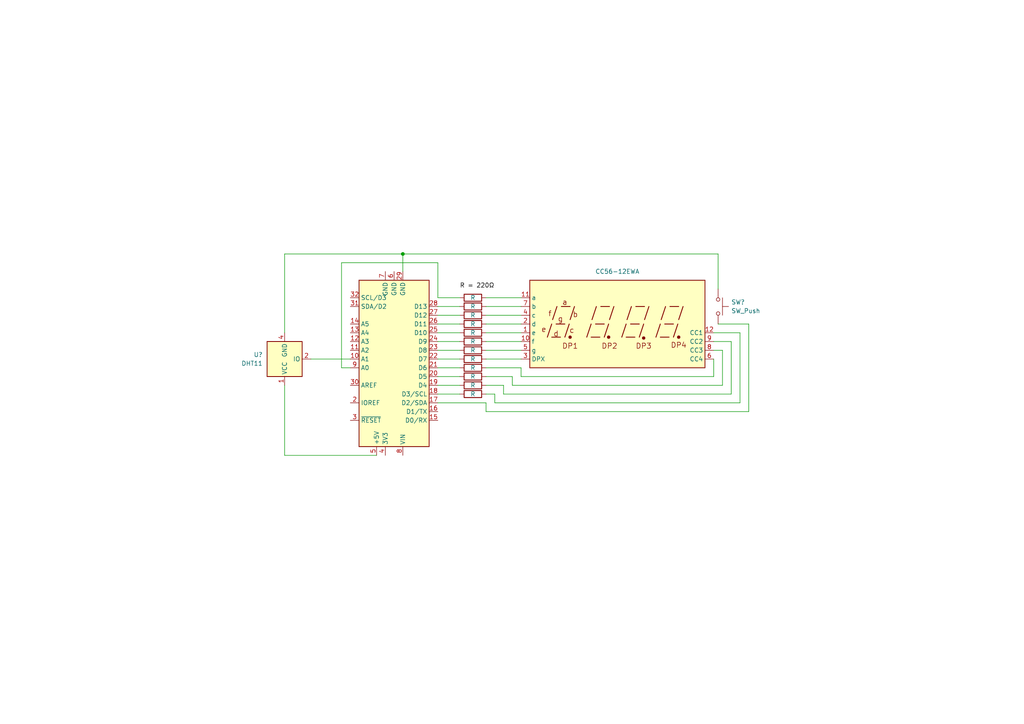
<source format=kicad_sch>
(kicad_sch (version 20211123) (generator eeschema)

  (uuid 63a96ce6-a430-4774-82e1-de571f6507ec)

  (paper "A4")

  (lib_symbols
    (symbol "Device:R" (pin_numbers hide) (pin_names (offset 0)) (in_bom yes) (on_board yes)
      (property "Reference" "R" (id 0) (at 2.032 0 90)
        (effects (font (size 1.27 1.27)))
      )
      (property "Value" "R" (id 1) (at 0 0 90)
        (effects (font (size 1.27 1.27)))
      )
      (property "Footprint" "" (id 2) (at -1.778 0 90)
        (effects (font (size 1.27 1.27)) hide)
      )
      (property "Datasheet" "~" (id 3) (at 0 0 0)
        (effects (font (size 1.27 1.27)) hide)
      )
      (property "ki_keywords" "R res resistor" (id 4) (at 0 0 0)
        (effects (font (size 1.27 1.27)) hide)
      )
      (property "ki_description" "Resistor" (id 5) (at 0 0 0)
        (effects (font (size 1.27 1.27)) hide)
      )
      (property "ki_fp_filters" "R_*" (id 6) (at 0 0 0)
        (effects (font (size 1.27 1.27)) hide)
      )
      (symbol "R_0_1"
        (rectangle (start -1.016 -2.54) (end 1.016 2.54)
          (stroke (width 0.254) (type default) (color 0 0 0 0))
          (fill (type none))
        )
      )
      (symbol "R_1_1"
        (pin passive line (at 0 3.81 270) (length 1.27)
          (name "~" (effects (font (size 1.27 1.27))))
          (number "1" (effects (font (size 1.27 1.27))))
        )
        (pin passive line (at 0 -3.81 90) (length 1.27)
          (name "~" (effects (font (size 1.27 1.27))))
          (number "2" (effects (font (size 1.27 1.27))))
        )
      )
    )
    (symbol "Display_Character:CC56-12EWA" (in_bom yes) (on_board yes)
      (property "Reference" "U" (id 0) (at -24.13 13.97 0)
        (effects (font (size 1.27 1.27)))
      )
      (property "Value" "CC56-12EWA" (id 1) (at 19.05 13.97 0)
        (effects (font (size 1.27 1.27)))
      )
      (property "Footprint" "Display_7Segment:CA56-12EWA" (id 2) (at 0 -15.24 0)
        (effects (font (size 1.27 1.27)) hide)
      )
      (property "Datasheet" "http://www.kingbrightusa.com/images/catalog/SPEC/CA56-12EWA.pdf" (id 3) (at -10.922 0.762 0)
        (effects (font (size 1.27 1.27)) hide)
      )
      (property "ki_keywords" "display LED 7-segment" (id 4) (at 0 0 0)
        (effects (font (size 1.27 1.27)) hide)
      )
      (property "ki_description" "4 digit 7 segment high efficiency red LED, common cathode" (id 5) (at 0 0 0)
        (effects (font (size 1.27 1.27)) hide)
      )
      (property "ki_fp_filters" "*CA56*12EWA*" (id 6) (at 0 0 0)
        (effects (font (size 1.27 1.27)) hide)
      )
      (symbol "CC56-12EWA_0_0"
        (rectangle (start -25.4 12.7) (end 25.4 -12.7)
          (stroke (width 0.254) (type default) (color 0 0 0 0))
          (fill (type background))
        )
        (polyline
          (pts
            (xy -20.32 -3.81)
            (xy -19.05 0)
          )
          (stroke (width 0.254) (type default) (color 0 0 0 0))
          (fill (type none))
        )
        (polyline
          (pts
            (xy -19.05 -3.81)
            (xy -16.51 -3.81)
          )
          (stroke (width 0.254) (type default) (color 0 0 0 0))
          (fill (type none))
        )
        (polyline
          (pts
            (xy -18.796 1.27)
            (xy -17.526 5.08)
          )
          (stroke (width 0.254) (type default) (color 0 0 0 0))
          (fill (type none))
        )
        (polyline
          (pts
            (xy -17.78 0)
            (xy -15.24 0)
          )
          (stroke (width 0.254) (type default) (color 0 0 0 0))
          (fill (type none))
        )
        (polyline
          (pts
            (xy -16.256 5.08)
            (xy -13.716 5.08)
          )
          (stroke (width 0.254) (type default) (color 0 0 0 0))
          (fill (type none))
        )
        (polyline
          (pts
            (xy -15.24 -3.81)
            (xy -13.97 0)
          )
          (stroke (width 0.254) (type default) (color 0 0 0 0))
          (fill (type none))
        )
        (polyline
          (pts
            (xy -13.716 1.27)
            (xy -12.446 5.08)
          )
          (stroke (width 0.254) (type default) (color 0 0 0 0))
          (fill (type none))
        )
        (polyline
          (pts
            (xy -8.89 -3.81)
            (xy -7.62 0)
          )
          (stroke (width 0.254) (type default) (color 0 0 0 0))
          (fill (type none))
        )
        (polyline
          (pts
            (xy -7.62 -3.81)
            (xy -5.08 -3.81)
          )
          (stroke (width 0.254) (type default) (color 0 0 0 0))
          (fill (type none))
        )
        (polyline
          (pts
            (xy -7.366 1.27)
            (xy -6.096 5.08)
          )
          (stroke (width 0.254) (type default) (color 0 0 0 0))
          (fill (type none))
        )
        (polyline
          (pts
            (xy -6.35 0)
            (xy -3.81 0)
          )
          (stroke (width 0.254) (type default) (color 0 0 0 0))
          (fill (type none))
        )
        (polyline
          (pts
            (xy -4.826 5.08)
            (xy -2.286 5.08)
          )
          (stroke (width 0.254) (type default) (color 0 0 0 0))
          (fill (type none))
        )
        (polyline
          (pts
            (xy -3.81 -3.81)
            (xy -2.54 0)
          )
          (stroke (width 0.254) (type default) (color 0 0 0 0))
          (fill (type none))
        )
        (polyline
          (pts
            (xy -2.286 1.27)
            (xy -1.016 5.08)
          )
          (stroke (width 0.254) (type default) (color 0 0 0 0))
          (fill (type none))
        )
        (polyline
          (pts
            (xy 1.27 -3.81)
            (xy 2.54 0)
          )
          (stroke (width 0.254) (type default) (color 0 0 0 0))
          (fill (type none))
        )
        (polyline
          (pts
            (xy 2.54 -3.81)
            (xy 5.08 -3.81)
          )
          (stroke (width 0.254) (type default) (color 0 0 0 0))
          (fill (type none))
        )
        (polyline
          (pts
            (xy 2.794 1.27)
            (xy 4.064 5.08)
          )
          (stroke (width 0.254) (type default) (color 0 0 0 0))
          (fill (type none))
        )
        (polyline
          (pts
            (xy 3.81 0)
            (xy 6.35 0)
          )
          (stroke (width 0.254) (type default) (color 0 0 0 0))
          (fill (type none))
        )
        (polyline
          (pts
            (xy 5.334 5.08)
            (xy 7.874 5.08)
          )
          (stroke (width 0.254) (type default) (color 0 0 0 0))
          (fill (type none))
        )
        (polyline
          (pts
            (xy 6.35 -3.81)
            (xy 7.62 0)
          )
          (stroke (width 0.254) (type default) (color 0 0 0 0))
          (fill (type none))
        )
        (polyline
          (pts
            (xy 7.874 1.27)
            (xy 9.144 5.08)
          )
          (stroke (width 0.254) (type default) (color 0 0 0 0))
          (fill (type none))
        )
        (polyline
          (pts
            (xy 11.176 -3.81)
            (xy 12.446 0)
          )
          (stroke (width 0.254) (type default) (color 0 0 0 0))
          (fill (type none))
        )
        (polyline
          (pts
            (xy 12.446 -3.81)
            (xy 14.986 -3.81)
          )
          (stroke (width 0.254) (type default) (color 0 0 0 0))
          (fill (type none))
        )
        (polyline
          (pts
            (xy 12.7 1.27)
            (xy 13.97 5.08)
          )
          (stroke (width 0.254) (type default) (color 0 0 0 0))
          (fill (type none))
        )
        (polyline
          (pts
            (xy 13.716 0)
            (xy 16.256 0)
          )
          (stroke (width 0.254) (type default) (color 0 0 0 0))
          (fill (type none))
        )
        (polyline
          (pts
            (xy 15.24 5.08)
            (xy 17.78 5.08)
          )
          (stroke (width 0.254) (type default) (color 0 0 0 0))
          (fill (type none))
        )
        (polyline
          (pts
            (xy 16.256 -3.81)
            (xy 17.526 0)
          )
          (stroke (width 0.254) (type default) (color 0 0 0 0))
          (fill (type none))
        )
        (polyline
          (pts
            (xy 17.78 1.27)
            (xy 19.05 5.08)
          )
          (stroke (width 0.254) (type default) (color 0 0 0 0))
          (fill (type none))
        )
        (text "a" (at -15.24 6.35 0)
          (effects (font (size 1.524 1.524)))
        )
        (text "b" (at -12.192 2.794 0)
          (effects (font (size 1.524 1.524)))
        )
        (text "c" (at -13.208 -1.778 0)
          (effects (font (size 1.524 1.524)))
        )
        (text "d" (at -17.78 -2.794 0)
          (effects (font (size 1.524 1.524)))
        )
        (text "DP1" (at -13.716 -6.35 0)
          (effects (font (size 1.524 1.524)))
        )
        (text "DP2" (at -2.286 -6.35 0)
          (effects (font (size 1.524 1.524)))
        )
        (text "DP3" (at 7.62 -6.35 0)
          (effects (font (size 1.524 1.524)))
        )
        (text "DP4" (at 17.78 -6.096 0)
          (effects (font (size 1.524 1.524)))
        )
        (text "e" (at -21.336 -1.524 0)
          (effects (font (size 1.524 1.524)))
        )
        (text "f" (at -19.558 3.048 0)
          (effects (font (size 1.524 1.524)))
        )
        (text "g" (at -16.51 1.524 0)
          (effects (font (size 1.524 1.524)))
        )
      )
      (symbol "CC56-12EWA_0_1"
        (circle (center -13.716 -3.81) (radius 0.3556)
          (stroke (width 0.254) (type default) (color 0 0 0 0))
          (fill (type outline))
        )
        (circle (center -2.54 -3.81) (radius 0.3556)
          (stroke (width 0.254) (type default) (color 0 0 0 0))
          (fill (type outline))
        )
      )
      (symbol "CC56-12EWA_1_0"
        (circle (center 7.62 -4.064) (radius 0.3556)
          (stroke (width 0.254) (type default) (color 0 0 0 0))
          (fill (type outline))
        )
        (circle (center 17.78 -3.81) (radius 0.3556)
          (stroke (width 0.254) (type default) (color 0 0 0 0))
          (fill (type outline))
        )
      )
      (symbol "CC56-12EWA_1_1"
        (pin input line (at -27.94 -2.54 0) (length 2.54)
          (name "e" (effects (font (size 1.27 1.27))))
          (number "1" (effects (font (size 1.27 1.27))))
        )
        (pin input line (at -27.94 -5.08 0) (length 2.54)
          (name "f" (effects (font (size 1.27 1.27))))
          (number "10" (effects (font (size 1.27 1.27))))
        )
        (pin input line (at -27.94 7.62 0) (length 2.54)
          (name "a" (effects (font (size 1.27 1.27))))
          (number "11" (effects (font (size 1.27 1.27))))
        )
        (pin input line (at 27.94 -2.54 180) (length 2.54)
          (name "CC1" (effects (font (size 1.27 1.27))))
          (number "12" (effects (font (size 1.27 1.27))))
        )
        (pin input line (at -27.94 0 0) (length 2.54)
          (name "d" (effects (font (size 1.27 1.27))))
          (number "2" (effects (font (size 1.27 1.27))))
        )
        (pin input line (at -27.94 -10.16 0) (length 2.54)
          (name "DPX" (effects (font (size 1.27 1.27))))
          (number "3" (effects (font (size 1.27 1.27))))
        )
        (pin input line (at -27.94 2.54 0) (length 2.54)
          (name "c" (effects (font (size 1.27 1.27))))
          (number "4" (effects (font (size 1.27 1.27))))
        )
        (pin input line (at -27.94 -7.62 0) (length 2.54)
          (name "g" (effects (font (size 1.27 1.27))))
          (number "5" (effects (font (size 1.27 1.27))))
        )
        (pin input line (at 27.94 -10.16 180) (length 2.54)
          (name "CC4" (effects (font (size 1.27 1.27))))
          (number "6" (effects (font (size 1.27 1.27))))
        )
        (pin input line (at -27.94 5.08 0) (length 2.54)
          (name "b" (effects (font (size 1.27 1.27))))
          (number "7" (effects (font (size 1.27 1.27))))
        )
        (pin input line (at 27.94 -7.62 180) (length 2.54)
          (name "CC3" (effects (font (size 1.27 1.27))))
          (number "8" (effects (font (size 1.27 1.27))))
        )
        (pin input line (at 27.94 -5.08 180) (length 2.54)
          (name "CC2" (effects (font (size 1.27 1.27))))
          (number "9" (effects (font (size 1.27 1.27))))
        )
      )
    )
    (symbol "MCU_Module:Arduino_Leonardo" (in_bom yes) (on_board yes)
      (property "Reference" "A" (id 0) (at -10.16 23.495 0)
        (effects (font (size 1.27 1.27)) (justify left bottom))
      )
      (property "Value" "Arduino_Leonardo" (id 1) (at 5.08 -26.67 0)
        (effects (font (size 1.27 1.27)) (justify left top))
      )
      (property "Footprint" "Module:Arduino_UNO_R3" (id 2) (at 0 0 0)
        (effects (font (size 1.27 1.27) italic) hide)
      )
      (property "Datasheet" "https://www.arduino.cc/en/Main/ArduinoBoardLeonardo" (id 3) (at 0 0 0)
        (effects (font (size 1.27 1.27)) hide)
      )
      (property "ki_keywords" "Arduino LEONARDO Microcontroller Module Atmel AVR USB" (id 4) (at 0 0 0)
        (effects (font (size 1.27 1.27)) hide)
      )
      (property "ki_description" "Arduino LEONARDO Microcontroller Module" (id 5) (at 0 0 0)
        (effects (font (size 1.27 1.27)) hide)
      )
      (property "ki_fp_filters" "Arduino*UNO*R3*" (id 6) (at 0 0 0)
        (effects (font (size 1.27 1.27)) hide)
      )
      (symbol "Arduino_Leonardo_0_1"
        (rectangle (start -10.16 22.86) (end 10.16 -25.4)
          (stroke (width 0.254) (type default) (color 0 0 0 0))
          (fill (type background))
        )
      )
      (symbol "Arduino_Leonardo_1_1"
        (pin no_connect line (at -10.16 -20.32 0) (length 2.54) hide
          (name "NC" (effects (font (size 1.27 1.27))))
          (number "1" (effects (font (size 1.27 1.27))))
        )
        (pin bidirectional line (at 12.7 -2.54 180) (length 2.54)
          (name "A1" (effects (font (size 1.27 1.27))))
          (number "10" (effects (font (size 1.27 1.27))))
        )
        (pin bidirectional line (at 12.7 -5.08 180) (length 2.54)
          (name "A2" (effects (font (size 1.27 1.27))))
          (number "11" (effects (font (size 1.27 1.27))))
        )
        (pin bidirectional line (at 12.7 -7.62 180) (length 2.54)
          (name "A3" (effects (font (size 1.27 1.27))))
          (number "12" (effects (font (size 1.27 1.27))))
        )
        (pin bidirectional line (at 12.7 -10.16 180) (length 2.54)
          (name "A4" (effects (font (size 1.27 1.27))))
          (number "13" (effects (font (size 1.27 1.27))))
        )
        (pin bidirectional line (at 12.7 -12.7 180) (length 2.54)
          (name "A5" (effects (font (size 1.27 1.27))))
          (number "14" (effects (font (size 1.27 1.27))))
        )
        (pin bidirectional line (at -12.7 15.24 0) (length 2.54)
          (name "D0/RX" (effects (font (size 1.27 1.27))))
          (number "15" (effects (font (size 1.27 1.27))))
        )
        (pin bidirectional line (at -12.7 12.7 0) (length 2.54)
          (name "D1/TX" (effects (font (size 1.27 1.27))))
          (number "16" (effects (font (size 1.27 1.27))))
        )
        (pin bidirectional line (at -12.7 10.16 0) (length 2.54)
          (name "D2/SDA" (effects (font (size 1.27 1.27))))
          (number "17" (effects (font (size 1.27 1.27))))
        )
        (pin bidirectional line (at -12.7 7.62 0) (length 2.54)
          (name "D3/SCL" (effects (font (size 1.27 1.27))))
          (number "18" (effects (font (size 1.27 1.27))))
        )
        (pin bidirectional line (at -12.7 5.08 0) (length 2.54)
          (name "D4" (effects (font (size 1.27 1.27))))
          (number "19" (effects (font (size 1.27 1.27))))
        )
        (pin output line (at 12.7 10.16 180) (length 2.54)
          (name "IOREF" (effects (font (size 1.27 1.27))))
          (number "2" (effects (font (size 1.27 1.27))))
        )
        (pin bidirectional line (at -12.7 2.54 0) (length 2.54)
          (name "D5" (effects (font (size 1.27 1.27))))
          (number "20" (effects (font (size 1.27 1.27))))
        )
        (pin bidirectional line (at -12.7 0 0) (length 2.54)
          (name "D6" (effects (font (size 1.27 1.27))))
          (number "21" (effects (font (size 1.27 1.27))))
        )
        (pin bidirectional line (at -12.7 -2.54 0) (length 2.54)
          (name "D7" (effects (font (size 1.27 1.27))))
          (number "22" (effects (font (size 1.27 1.27))))
        )
        (pin bidirectional line (at -12.7 -5.08 0) (length 2.54)
          (name "D8" (effects (font (size 1.27 1.27))))
          (number "23" (effects (font (size 1.27 1.27))))
        )
        (pin bidirectional line (at -12.7 -7.62 0) (length 2.54)
          (name "D9" (effects (font (size 1.27 1.27))))
          (number "24" (effects (font (size 1.27 1.27))))
        )
        (pin bidirectional line (at -12.7 -10.16 0) (length 2.54)
          (name "D10" (effects (font (size 1.27 1.27))))
          (number "25" (effects (font (size 1.27 1.27))))
        )
        (pin bidirectional line (at -12.7 -12.7 0) (length 2.54)
          (name "D11" (effects (font (size 1.27 1.27))))
          (number "26" (effects (font (size 1.27 1.27))))
        )
        (pin bidirectional line (at -12.7 -15.24 0) (length 2.54)
          (name "D12" (effects (font (size 1.27 1.27))))
          (number "27" (effects (font (size 1.27 1.27))))
        )
        (pin bidirectional line (at -12.7 -17.78 0) (length 2.54)
          (name "D13" (effects (font (size 1.27 1.27))))
          (number "28" (effects (font (size 1.27 1.27))))
        )
        (pin power_in line (at -2.54 -27.94 90) (length 2.54)
          (name "GND" (effects (font (size 1.27 1.27))))
          (number "29" (effects (font (size 1.27 1.27))))
        )
        (pin input line (at 12.7 15.24 180) (length 2.54)
          (name "~{RESET}" (effects (font (size 1.27 1.27))))
          (number "3" (effects (font (size 1.27 1.27))))
        )
        (pin input line (at 12.7 5.08 180) (length 2.54)
          (name "AREF" (effects (font (size 1.27 1.27))))
          (number "30" (effects (font (size 1.27 1.27))))
        )
        (pin bidirectional line (at 12.7 -17.78 180) (length 2.54)
          (name "SDA/D2" (effects (font (size 1.27 1.27))))
          (number "31" (effects (font (size 1.27 1.27))))
        )
        (pin bidirectional line (at 12.7 -20.32 180) (length 2.54)
          (name "SCL/D3" (effects (font (size 1.27 1.27))))
          (number "32" (effects (font (size 1.27 1.27))))
        )
        (pin power_out line (at 2.54 25.4 270) (length 2.54)
          (name "3V3" (effects (font (size 1.27 1.27))))
          (number "4" (effects (font (size 1.27 1.27))))
        )
        (pin power_out line (at 5.08 25.4 270) (length 2.54)
          (name "+5V" (effects (font (size 1.27 1.27))))
          (number "5" (effects (font (size 1.27 1.27))))
        )
        (pin power_in line (at 0 -27.94 90) (length 2.54)
          (name "GND" (effects (font (size 1.27 1.27))))
          (number "6" (effects (font (size 1.27 1.27))))
        )
        (pin power_in line (at 2.54 -27.94 90) (length 2.54)
          (name "GND" (effects (font (size 1.27 1.27))))
          (number "7" (effects (font (size 1.27 1.27))))
        )
        (pin power_in line (at -2.54 25.4 270) (length 2.54)
          (name "VIN" (effects (font (size 1.27 1.27))))
          (number "8" (effects (font (size 1.27 1.27))))
        )
        (pin bidirectional line (at 12.7 0 180) (length 2.54)
          (name "A0" (effects (font (size 1.27 1.27))))
          (number "9" (effects (font (size 1.27 1.27))))
        )
      )
    )
    (symbol "Sensor:DHT11" (in_bom yes) (on_board yes)
      (property "Reference" "U" (id 0) (at -3.81 6.35 0)
        (effects (font (size 1.27 1.27)))
      )
      (property "Value" "DHT11" (id 1) (at 3.81 6.35 0)
        (effects (font (size 1.27 1.27)))
      )
      (property "Footprint" "Sensor:Aosong_DHT11_5.5x12.0_P2.54mm" (id 2) (at 0 -10.16 0)
        (effects (font (size 1.27 1.27)) hide)
      )
      (property "Datasheet" "http://akizukidenshi.com/download/ds/aosong/DHT11.pdf" (id 3) (at 3.81 6.35 0)
        (effects (font (size 1.27 1.27)) hide)
      )
      (property "ki_keywords" "Digital temperature humidity sensor" (id 4) (at 0 0 0)
        (effects (font (size 1.27 1.27)) hide)
      )
      (property "ki_description" "Temperature and humidity module" (id 5) (at 0 0 0)
        (effects (font (size 1.27 1.27)) hide)
      )
      (property "ki_fp_filters" "Aosong*DHT11*5.5x12.0*P2.54mm*" (id 6) (at 0 0 0)
        (effects (font (size 1.27 1.27)) hide)
      )
      (symbol "DHT11_0_1"
        (rectangle (start -5.08 5.08) (end 5.08 -5.08)
          (stroke (width 0.254) (type default) (color 0 0 0 0))
          (fill (type background))
        )
      )
      (symbol "DHT11_1_1"
        (pin power_in line (at 0 7.62 270) (length 2.54)
          (name "VCC" (effects (font (size 1.27 1.27))))
          (number "1" (effects (font (size 1.27 1.27))))
        )
        (pin bidirectional line (at 7.62 0 180) (length 2.54)
          (name "IO" (effects (font (size 1.27 1.27))))
          (number "2" (effects (font (size 1.27 1.27))))
        )
        (pin no_connect line (at -5.08 0 0) (length 2.54) hide
          (name "NC" (effects (font (size 1.27 1.27))))
          (number "3" (effects (font (size 1.27 1.27))))
        )
        (pin power_in line (at 0 -7.62 90) (length 2.54)
          (name "GND" (effects (font (size 1.27 1.27))))
          (number "4" (effects (font (size 1.27 1.27))))
        )
      )
    )
    (symbol "Switch:SW_Push" (pin_numbers hide) (pin_names (offset 1.016) hide) (in_bom yes) (on_board yes)
      (property "Reference" "SW" (id 0) (at 1.27 2.54 0)
        (effects (font (size 1.27 1.27)) (justify left))
      )
      (property "Value" "SW_Push" (id 1) (at 0 -1.524 0)
        (effects (font (size 1.27 1.27)))
      )
      (property "Footprint" "" (id 2) (at 0 5.08 0)
        (effects (font (size 1.27 1.27)) hide)
      )
      (property "Datasheet" "~" (id 3) (at 0 5.08 0)
        (effects (font (size 1.27 1.27)) hide)
      )
      (property "ki_keywords" "switch normally-open pushbutton push-button" (id 4) (at 0 0 0)
        (effects (font (size 1.27 1.27)) hide)
      )
      (property "ki_description" "Push button switch, generic, two pins" (id 5) (at 0 0 0)
        (effects (font (size 1.27 1.27)) hide)
      )
      (symbol "SW_Push_0_1"
        (circle (center -2.032 0) (radius 0.508)
          (stroke (width 0) (type default) (color 0 0 0 0))
          (fill (type none))
        )
        (polyline
          (pts
            (xy 0 1.27)
            (xy 0 3.048)
          )
          (stroke (width 0) (type default) (color 0 0 0 0))
          (fill (type none))
        )
        (polyline
          (pts
            (xy 2.54 1.27)
            (xy -2.54 1.27)
          )
          (stroke (width 0) (type default) (color 0 0 0 0))
          (fill (type none))
        )
        (circle (center 2.032 0) (radius 0.508)
          (stroke (width 0) (type default) (color 0 0 0 0))
          (fill (type none))
        )
        (pin passive line (at -5.08 0 0) (length 2.54)
          (name "1" (effects (font (size 1.27 1.27))))
          (number "1" (effects (font (size 1.27 1.27))))
        )
        (pin passive line (at 5.08 0 180) (length 2.54)
          (name "2" (effects (font (size 1.27 1.27))))
          (number "2" (effects (font (size 1.27 1.27))))
        )
      )
    )
  )

  (junction (at 116.84 73.66) (diameter 0) (color 0 0 0 0)
    (uuid c0147e02-6331-4216-8701-65f87a12b7e4)
  )

  (wire (pts (xy 140.97 116.84) (xy 127 116.84))
    (stroke (width 0) (type default) (color 0 0 0 0))
    (uuid 09169181-5d48-40c9-bd8a-7ad58e3677ea)
  )
  (wire (pts (xy 140.97 99.06) (xy 151.13 99.06))
    (stroke (width 0) (type default) (color 0 0 0 0))
    (uuid 1310d934-ba6e-49a3-a886-cb74e9e2359e)
  )
  (wire (pts (xy 140.97 101.6) (xy 151.13 101.6))
    (stroke (width 0) (type default) (color 0 0 0 0))
    (uuid 1c14fef7-a1b6-40d0-be91-851b37c01dab)
  )
  (wire (pts (xy 217.17 119.38) (xy 140.97 119.38))
    (stroke (width 0) (type default) (color 0 0 0 0))
    (uuid 1ccb305c-f138-44fc-b04f-9ff0deca13ef)
  )
  (wire (pts (xy 208.28 93.98) (xy 217.17 93.98))
    (stroke (width 0) (type default) (color 0 0 0 0))
    (uuid 1f7ad103-3c87-41bc-a901-fd399f3ccd19)
  )
  (wire (pts (xy 127 99.06) (xy 133.35 99.06))
    (stroke (width 0) (type default) (color 0 0 0 0))
    (uuid 29484ad2-9245-4a66-8cf8-1811bc2c1aad)
  )
  (wire (pts (xy 207.01 99.06) (xy 212.09 99.06))
    (stroke (width 0) (type default) (color 0 0 0 0))
    (uuid 37c934c1-b327-472d-a792-76f6b1cd1044)
  )
  (wire (pts (xy 99.06 76.2) (xy 127 76.2))
    (stroke (width 0) (type default) (color 0 0 0 0))
    (uuid 3936d6f4-2bd0-431a-b731-d41aafb888af)
  )
  (wire (pts (xy 143.51 114.3) (xy 143.51 116.84))
    (stroke (width 0) (type default) (color 0 0 0 0))
    (uuid 3b137a19-24ee-47cd-b250-9c127dca7f95)
  )
  (wire (pts (xy 207.01 104.14) (xy 207.01 109.22))
    (stroke (width 0) (type default) (color 0 0 0 0))
    (uuid 41a6bf76-70a2-4936-bee1-1a961925d32f)
  )
  (wire (pts (xy 127 88.9) (xy 133.35 88.9))
    (stroke (width 0) (type default) (color 0 0 0 0))
    (uuid 4325ef06-7926-4372-8442-f45aebccb121)
  )
  (wire (pts (xy 140.97 91.44) (xy 151.13 91.44))
    (stroke (width 0) (type default) (color 0 0 0 0))
    (uuid 45d8e23b-b5a6-4ccb-b69f-d669f552bc4e)
  )
  (wire (pts (xy 207.01 101.6) (xy 209.55 101.6))
    (stroke (width 0) (type default) (color 0 0 0 0))
    (uuid 45fba39d-789e-49b6-a199-6f618ee4a948)
  )
  (wire (pts (xy 116.84 73.66) (xy 208.28 73.66))
    (stroke (width 0) (type default) (color 0 0 0 0))
    (uuid 524d8478-2269-43aa-a8d0-87d9d506fa9b)
  )
  (wire (pts (xy 99.06 106.68) (xy 101.6 106.68))
    (stroke (width 0) (type default) (color 0 0 0 0))
    (uuid 53ca03ab-8f63-4644-858e-5d6bd4e2b95a)
  )
  (wire (pts (xy 217.17 93.98) (xy 217.17 119.38))
    (stroke (width 0) (type default) (color 0 0 0 0))
    (uuid 54fb1167-5b3a-4a00-b0f5-e3c0d3cd7250)
  )
  (wire (pts (xy 140.97 104.14) (xy 151.13 104.14))
    (stroke (width 0) (type default) (color 0 0 0 0))
    (uuid 56d864e6-7cb1-486c-bbe8-98b76d3fb020)
  )
  (wire (pts (xy 127 93.98) (xy 133.35 93.98))
    (stroke (width 0) (type default) (color 0 0 0 0))
    (uuid 573a02f3-9348-4585-9d20-8dbc06392532)
  )
  (wire (pts (xy 116.84 73.66) (xy 116.84 78.74))
    (stroke (width 0) (type default) (color 0 0 0 0))
    (uuid 5d08de65-f220-4826-882a-8a6ec69ee613)
  )
  (wire (pts (xy 140.97 96.52) (xy 151.13 96.52))
    (stroke (width 0) (type default) (color 0 0 0 0))
    (uuid 6d228242-56bd-4232-9485-8356cfe5b507)
  )
  (wire (pts (xy 127 96.52) (xy 133.35 96.52))
    (stroke (width 0) (type default) (color 0 0 0 0))
    (uuid 725a3a02-5c61-4905-9319-7f3958931fa0)
  )
  (wire (pts (xy 140.97 106.68) (xy 151.13 106.68))
    (stroke (width 0) (type default) (color 0 0 0 0))
    (uuid 75bc3600-b578-4342-8894-d995cd11e0d7)
  )
  (wire (pts (xy 99.06 76.2) (xy 99.06 106.68))
    (stroke (width 0) (type default) (color 0 0 0 0))
    (uuid 7896a753-a6da-40c6-8adb-b2d7b2657351)
  )
  (wire (pts (xy 127 109.22) (xy 133.35 109.22))
    (stroke (width 0) (type default) (color 0 0 0 0))
    (uuid 7cc96ad2-e6be-4a65-b71d-89104df04677)
  )
  (wire (pts (xy 151.13 106.68) (xy 151.13 109.22))
    (stroke (width 0) (type default) (color 0 0 0 0))
    (uuid 804a1d52-c3cb-4679-a9da-91105a7125c8)
  )
  (wire (pts (xy 82.55 73.66) (xy 82.55 96.52))
    (stroke (width 0) (type default) (color 0 0 0 0))
    (uuid 8284c036-3641-4049-8dae-4171dba41d3c)
  )
  (wire (pts (xy 140.97 86.36) (xy 151.13 86.36))
    (stroke (width 0) (type default) (color 0 0 0 0))
    (uuid 82c1d362-113d-4333-ab57-c17d7e7298b3)
  )
  (wire (pts (xy 146.05 111.76) (xy 146.05 114.3))
    (stroke (width 0) (type default) (color 0 0 0 0))
    (uuid 85855d7a-849a-46cb-81de-89244368716c)
  )
  (wire (pts (xy 140.97 109.22) (xy 148.59 109.22))
    (stroke (width 0) (type default) (color 0 0 0 0))
    (uuid 859280fd-55b6-4995-b310-ed45e3ed1aa0)
  )
  (wire (pts (xy 140.97 114.3) (xy 143.51 114.3))
    (stroke (width 0) (type default) (color 0 0 0 0))
    (uuid 8dc7c220-ea50-42ad-b899-b6a1030f0e69)
  )
  (wire (pts (xy 208.28 83.82) (xy 208.28 73.66))
    (stroke (width 0) (type default) (color 0 0 0 0))
    (uuid 911f93c7-0487-47ed-8a22-00ad11987924)
  )
  (wire (pts (xy 127 111.76) (xy 133.35 111.76))
    (stroke (width 0) (type default) (color 0 0 0 0))
    (uuid 96aa6dd3-ac87-4461-b4e6-d7291d5f0324)
  )
  (wire (pts (xy 140.97 119.38) (xy 140.97 116.84))
    (stroke (width 0) (type default) (color 0 0 0 0))
    (uuid 99e8ab77-9e1a-4eeb-bd68-0caa97c092fa)
  )
  (wire (pts (xy 82.55 132.08) (xy 82.55 111.76))
    (stroke (width 0) (type default) (color 0 0 0 0))
    (uuid 9f3c094b-9d9d-4c3e-84c9-3703f449eeb4)
  )
  (wire (pts (xy 127 91.44) (xy 133.35 91.44))
    (stroke (width 0) (type default) (color 0 0 0 0))
    (uuid a3b4254c-3fd3-439c-8f09-a22d1a896a34)
  )
  (wire (pts (xy 109.22 132.08) (xy 82.55 132.08))
    (stroke (width 0) (type default) (color 0 0 0 0))
    (uuid a3d1b28a-848e-4058-92f0-4a62cc42fc94)
  )
  (wire (pts (xy 127 86.36) (xy 133.35 86.36))
    (stroke (width 0) (type default) (color 0 0 0 0))
    (uuid a4978489-0dcc-448d-872e-3590eda095f4)
  )
  (wire (pts (xy 127 106.68) (xy 133.35 106.68))
    (stroke (width 0) (type default) (color 0 0 0 0))
    (uuid af900592-260a-4498-b2b4-782c762bf5c1)
  )
  (wire (pts (xy 90.17 104.14) (xy 101.6 104.14))
    (stroke (width 0) (type default) (color 0 0 0 0))
    (uuid afa2d86e-aada-4ff7-b1f6-e85bc630bccb)
  )
  (wire (pts (xy 214.63 96.52) (xy 214.63 116.84))
    (stroke (width 0) (type default) (color 0 0 0 0))
    (uuid b0d0785a-559e-4f4f-a788-4540937c5fba)
  )
  (wire (pts (xy 127 114.3) (xy 133.35 114.3))
    (stroke (width 0) (type default) (color 0 0 0 0))
    (uuid b1a105d7-3993-447c-a289-28e01d0c87d6)
  )
  (wire (pts (xy 209.55 101.6) (xy 209.55 111.76))
    (stroke (width 0) (type default) (color 0 0 0 0))
    (uuid ba0ed7df-9880-4865-87e9-844a1159868f)
  )
  (wire (pts (xy 143.51 116.84) (xy 214.63 116.84))
    (stroke (width 0) (type default) (color 0 0 0 0))
    (uuid bdd97da3-9eb4-4e61-950b-d702fce6af6f)
  )
  (wire (pts (xy 207.01 96.52) (xy 214.63 96.52))
    (stroke (width 0) (type default) (color 0 0 0 0))
    (uuid c30faf1b-ac25-4bfb-bfb5-3f55bdd0d4ed)
  )
  (wire (pts (xy 140.97 111.76) (xy 146.05 111.76))
    (stroke (width 0) (type default) (color 0 0 0 0))
    (uuid c92e7156-9cb1-4de0-b9c9-694310d0a4ae)
  )
  (wire (pts (xy 127 76.2) (xy 127 86.36))
    (stroke (width 0) (type default) (color 0 0 0 0))
    (uuid d1cda1cb-e51d-43d2-a822-3605db0f6a22)
  )
  (wire (pts (xy 212.09 99.06) (xy 212.09 114.3))
    (stroke (width 0) (type default) (color 0 0 0 0))
    (uuid d2a8db64-2dd8-4439-8244-df7452ab86f2)
  )
  (wire (pts (xy 151.13 109.22) (xy 207.01 109.22))
    (stroke (width 0) (type default) (color 0 0 0 0))
    (uuid d6a9472e-f656-41c9-98e7-c6105f90297b)
  )
  (wire (pts (xy 127 101.6) (xy 133.35 101.6))
    (stroke (width 0) (type default) (color 0 0 0 0))
    (uuid dcab8c59-9199-4a4b-8ad1-ae4fd52ff09e)
  )
  (wire (pts (xy 140.97 88.9) (xy 151.13 88.9))
    (stroke (width 0) (type default) (color 0 0 0 0))
    (uuid dd25c339-adae-4fa3-9b11-9fc5f6e71e1d)
  )
  (wire (pts (xy 148.59 111.76) (xy 209.55 111.76))
    (stroke (width 0) (type default) (color 0 0 0 0))
    (uuid e615c3eb-7203-4602-845e-7aaa07caee94)
  )
  (wire (pts (xy 146.05 114.3) (xy 212.09 114.3))
    (stroke (width 0) (type default) (color 0 0 0 0))
    (uuid e6943d5d-c1e8-4a7c-88f9-474176060422)
  )
  (wire (pts (xy 148.59 109.22) (xy 148.59 111.76))
    (stroke (width 0) (type default) (color 0 0 0 0))
    (uuid e9d00a54-a13f-4fdc-8539-224b06cce6e7)
  )
  (wire (pts (xy 127 104.14) (xy 133.35 104.14))
    (stroke (width 0) (type default) (color 0 0 0 0))
    (uuid f722e7d6-f6d5-45e9-8d43-7f23eaf1a8fd)
  )
  (wire (pts (xy 82.55 73.66) (xy 116.84 73.66))
    (stroke (width 0) (type default) (color 0 0 0 0))
    (uuid f90480ca-4824-4ed6-825b-bc74b8c738a9)
  )
  (wire (pts (xy 140.97 93.98) (xy 151.13 93.98))
    (stroke (width 0) (type default) (color 0 0 0 0))
    (uuid fa6f204a-b581-4180-99ad-057e01399b54)
  )

  (label "R = 220Ω" (at 133.35 83.82 0)
    (effects (font (size 1.27 1.27)) (justify left bottom))
    (uuid c2b1b7f9-e5b5-416a-97df-1efaf49a5f87)
  )

  (symbol (lib_id "Device:R") (at 137.16 104.14 90) (unit 1)
    (in_bom yes) (on_board yes)
    (uuid 1ebfffc8-0bca-4e40-aec7-501ef1ae44b8)
    (property "Reference" "220Ω?" (id 0) (at 137.16 104.13 90)
      (effects (font (size 1.27 1.27)) hide)
    )
    (property "Value" "R" (id 1) (at 137.16 104.14 90))
    (property "Footprint" "" (id 2) (at 137.16 105.918 90)
      (effects (font (size 1.27 1.27)) hide)
    )
    (property "Datasheet" "~" (id 3) (at 137.16 104.14 0)
      (effects (font (size 1.27 1.27)) hide)
    )
    (pin "1" (uuid 20248b66-6c92-4a7f-9401-94e2aef267a9))
    (pin "2" (uuid ceccf5d1-c306-4bcb-b575-0fdf6f37aa76))
  )

  (symbol (lib_id "Device:R") (at 137.16 111.76 90) (unit 1)
    (in_bom yes) (on_board yes)
    (uuid 31a1c8ed-905c-4ad3-a210-959af05cab22)
    (property "Reference" "220Ω?" (id 0) (at 137.16 111.75 90)
      (effects (font (size 1.27 1.27)) hide)
    )
    (property "Value" "R" (id 1) (at 137.16 111.75 90))
    (property "Footprint" "" (id 2) (at 137.16 113.538 90)
      (effects (font (size 1.27 1.27)) hide)
    )
    (property "Datasheet" "~" (id 3) (at 137.16 111.76 0)
      (effects (font (size 1.27 1.27)) hide)
    )
    (pin "1" (uuid 79084d24-1864-45c5-8858-a46120d6a3c7))
    (pin "2" (uuid 11add2e0-b838-46fc-9c2f-1f80c7a399aa))
  )

  (symbol (lib_id "Device:R") (at 137.16 109.22 90) (unit 1)
    (in_bom yes) (on_board yes)
    (uuid 366a0a06-7eb3-4c25-b64f-990b079b91fb)
    (property "Reference" "220Ω?" (id 0) (at 137.16 109.21 90)
      (effects (font (size 1.27 1.27)) hide)
    )
    (property "Value" "R" (id 1) (at 137.16 109.21 90))
    (property "Footprint" "" (id 2) (at 137.16 110.998 90)
      (effects (font (size 1.27 1.27)) hide)
    )
    (property "Datasheet" "~" (id 3) (at 137.16 109.22 0)
      (effects (font (size 1.27 1.27)) hide)
    )
    (pin "1" (uuid 81383918-45ef-4060-84ea-8f7027454043))
    (pin "2" (uuid fd83f808-d474-4a3f-b9a2-19c476640f2b))
  )

  (symbol (lib_id "Switch:SW_Push") (at 208.28 88.9 270) (unit 1)
    (in_bom yes) (on_board yes)
    (uuid 4cee11e2-fc9a-4878-8a72-301501fcf9d6)
    (property "Reference" "SW?" (id 0) (at 212.09 87.6299 90)
      (effects (font (size 1.27 1.27)) (justify left))
    )
    (property "Value" "SW_Push" (id 1) (at 212.09 90.1699 90)
      (effects (font (size 1.27 1.27)) (justify left))
    )
    (property "Footprint" "" (id 2) (at 213.36 88.9 0)
      (effects (font (size 1.27 1.27)) hide)
    )
    (property "Datasheet" "~" (id 3) (at 213.36 88.9 0)
      (effects (font (size 1.27 1.27)) hide)
    )
    (pin "1" (uuid dfff191f-c7bf-4cf2-8556-303ab4cf42ab))
    (pin "2" (uuid 258c6d7e-4c39-4a3f-9d4a-433c3e76174a))
  )

  (symbol (lib_id "Device:R") (at 137.16 106.68 90) (unit 1)
    (in_bom yes) (on_board yes)
    (uuid 55de9378-9b6a-411d-af96-b52c67fa6d8c)
    (property "Reference" "220Ω?" (id 0) (at 137.16 106.67 90)
      (effects (font (size 1.27 1.27)) hide)
    )
    (property "Value" "R" (id 1) (at 137.16 106.67 90))
    (property "Footprint" "" (id 2) (at 137.16 108.458 90)
      (effects (font (size 1.27 1.27)) hide)
    )
    (property "Datasheet" "~" (id 3) (at 137.16 106.68 0)
      (effects (font (size 1.27 1.27)) hide)
    )
    (pin "1" (uuid e15df8df-7cc1-4ee2-8d8f-582851ad5b59))
    (pin "2" (uuid 5056e4c8-3adf-453b-a437-eead78004d5c))
  )

  (symbol (lib_id "Sensor:DHT11") (at 82.55 104.14 0) (mirror x) (unit 1)
    (in_bom yes) (on_board yes) (fields_autoplaced)
    (uuid 56490571-269e-4f41-9a61-b7f6ab6529e6)
    (property "Reference" "U?" (id 0) (at 76.2 102.8699 0)
      (effects (font (size 1.27 1.27)) (justify right))
    )
    (property "Value" "DHT11" (id 1) (at 76.2 105.4099 0)
      (effects (font (size 1.27 1.27)) (justify right))
    )
    (property "Footprint" "Sensor:Aosong_DHT11_5.5x12.0_P2.54mm" (id 2) (at 82.55 93.98 0)
      (effects (font (size 1.27 1.27)) hide)
    )
    (property "Datasheet" "http://akizukidenshi.com/download/ds/aosong/DHT11.pdf" (id 3) (at 86.36 110.49 0)
      (effects (font (size 1.27 1.27)) hide)
    )
    (pin "1" (uuid 243fa507-c6de-4eef-8fe6-04ee11fe6e86))
    (pin "2" (uuid 0e7f4395-6a32-4ff9-a4c0-a3e5cee72590))
    (pin "3" (uuid 0144f3dd-2f3e-4fd0-be21-20504da4776b))
    (pin "4" (uuid d7dfbca8-e367-41b6-a3e8-029b0a4752c8))
  )

  (symbol (lib_id "Device:R") (at 137.16 114.3 90) (unit 1)
    (in_bom yes) (on_board yes)
    (uuid 71a18238-f05d-4f34-8dde-0f0dbdd5be91)
    (property "Reference" "220Ω?" (id 0) (at 137.16 114.29 90)
      (effects (font (size 1.27 1.27)) hide)
    )
    (property "Value" "R" (id 1) (at 137.16 114.29 90))
    (property "Footprint" "" (id 2) (at 137.16 116.078 90)
      (effects (font (size 1.27 1.27)) hide)
    )
    (property "Datasheet" "~" (id 3) (at 137.16 114.3 0)
      (effects (font (size 1.27 1.27)) hide)
    )
    (pin "1" (uuid 5952361c-c885-43d7-9dd0-691511d50d21))
    (pin "2" (uuid 4d446714-a7ad-455f-9da2-ccbc24181167))
  )

  (symbol (lib_id "Device:R") (at 137.16 93.98 90) (unit 1)
    (in_bom yes) (on_board yes)
    (uuid 7578ff70-96c8-4a8c-a263-db8eaaaafb05)
    (property "Reference" "220Ω?" (id 0) (at 137.16 93.97 90)
      (effects (font (size 1.27 1.27)) hide)
    )
    (property "Value" "R" (id 1) (at 137.16 93.97 90))
    (property "Footprint" "" (id 2) (at 137.16 95.758 90)
      (effects (font (size 1.27 1.27)) hide)
    )
    (property "Datasheet" "~" (id 3) (at 137.16 93.98 0)
      (effects (font (size 1.27 1.27)) hide)
    )
    (pin "1" (uuid a408830f-4903-4625-bf7e-e892af983e05))
    (pin "2" (uuid 3e1000d9-34d1-4f06-b93a-c7a8fdfee482))
  )

  (symbol (lib_id "Device:R") (at 137.16 101.6 90) (unit 1)
    (in_bom yes) (on_board yes)
    (uuid a0e7596b-2f66-44c0-b911-1de019dd2ae3)
    (property "Reference" "220Ω?" (id 0) (at 137.16 101.59 90)
      (effects (font (size 1.27 1.27)) hide)
    )
    (property "Value" "R" (id 1) (at 137.16 101.59 90))
    (property "Footprint" "" (id 2) (at 137.16 103.378 90)
      (effects (font (size 1.27 1.27)) hide)
    )
    (property "Datasheet" "~" (id 3) (at 137.16 101.6 0)
      (effects (font (size 1.27 1.27)) hide)
    )
    (pin "1" (uuid 7944cb8d-999a-4d53-8fba-34c2f7a78501))
    (pin "2" (uuid 2d6b1ee9-5291-45fe-a502-53d19c47626a))
  )

  (symbol (lib_id "Device:R") (at 137.16 88.9 90) (unit 1)
    (in_bom yes) (on_board yes)
    (uuid aeb89090-17dd-4634-b3ab-4d23007dd01c)
    (property "Reference" "220Ω?" (id 0) (at 137.16 88.89 90)
      (effects (font (size 1.27 1.27)) hide)
    )
    (property "Value" "R" (id 1) (at 137.16 88.89 90))
    (property "Footprint" "" (id 2) (at 137.16 90.678 90)
      (effects (font (size 1.27 1.27)) hide)
    )
    (property "Datasheet" "~" (id 3) (at 137.16 88.9 0)
      (effects (font (size 1.27 1.27)) hide)
    )
    (pin "1" (uuid affa29cb-b1bb-42f0-b578-9a26fd2fbc81))
    (pin "2" (uuid dba41f19-4f50-48e2-a620-b02334a50598))
  )

  (symbol (lib_id "Device:R") (at 137.16 96.52 90) (unit 1)
    (in_bom yes) (on_board yes)
    (uuid b0d278b4-31ed-4782-80ab-fad93ad4b19a)
    (property "Reference" "220Ω?" (id 0) (at 137.16 96.51 90)
      (effects (font (size 1.27 1.27)) hide)
    )
    (property "Value" "R" (id 1) (at 137.16 96.51 90))
    (property "Footprint" "" (id 2) (at 137.16 98.298 90)
      (effects (font (size 1.27 1.27)) hide)
    )
    (property "Datasheet" "~" (id 3) (at 137.16 96.52 0)
      (effects (font (size 1.27 1.27)) hide)
    )
    (pin "1" (uuid 2f57b3fe-fbc8-4a12-8f36-6d8d648c3cbd))
    (pin "2" (uuid 23b785e6-de63-420b-b62f-fbf012acef6b))
  )

  (symbol (lib_id "Display_Character:CC56-12EWA") (at 179.07 93.98 0) (unit 1)
    (in_bom yes) (on_board yes) (fields_autoplaced)
    (uuid b3785730-7e0b-45c5-b62d-867fd7fafba9)
    (property "Reference" "U?" (id 0) (at 179.07 76.2 0)
      (effects (font (size 1.27 1.27)) hide)
    )
    (property "Value" "CC56-12EWA" (id 1) (at 179.07 78.74 0))
    (property "Footprint" "Display_7Segment:CA56-12EWA" (id 2) (at 179.07 109.22 0)
      (effects (font (size 1.27 1.27)) hide)
    )
    (property "Datasheet" "http://www.kingbrightusa.com/images/catalog/SPEC/CA56-12EWA.pdf" (id 3) (at 168.148 93.218 0)
      (effects (font (size 1.27 1.27)) hide)
    )
    (pin "1" (uuid f023d9ed-a49b-4c83-a5dc-d2585e75caea))
    (pin "10" (uuid 772a4e47-6d73-4279-a3aa-dba448dcd9b5))
    (pin "11" (uuid 834dc300-1b6e-418e-8ca4-0d56c9edb908))
    (pin "12" (uuid 601d1ece-8a5c-4e3a-9bb7-38ddb32e669f))
    (pin "2" (uuid 477bc71c-1fd1-43fc-97ba-d034c6679a44))
    (pin "3" (uuid 3a993c9f-62b1-4554-ba01-9a0c5ff7bf8b))
    (pin "4" (uuid 34a64ef4-4765-43f6-91f4-b00fd5dc921f))
    (pin "5" (uuid 33bd41c8-60d2-40c9-92c3-a16dbf831e10))
    (pin "6" (uuid 610b2715-4f48-4843-a602-49bb852463bc))
    (pin "7" (uuid 0fbe6812-a857-4993-a2cb-5c280b2a024d))
    (pin "8" (uuid c490b3ff-e81b-4bb9-99d6-c3d6b9f0bd1b))
    (pin "9" (uuid 7adfbf4a-046a-47d6-833a-1792bd2f8b0e))
  )

  (symbol (lib_id "MCU_Module:Arduino_Leonardo") (at 114.3 106.68 180) (unit 1)
    (in_bom yes) (on_board yes) (fields_autoplaced)
    (uuid cb2f8b75-f7e0-4a38-9120-ddd00127958a)
    (property "Reference" "A?" (id 0) (at 107.2006 134.62 0)
      (effects (font (size 1.27 1.27)) (justify left) hide)
    )
    (property "Value" "Arduino_Leonald(Micro)" (id 1) (at 119.6087 78.74 0)
      (effects (font (size 1.27 1.27)) (justify right) hide)
    )
    (property "Footprint" "Module:Arduino_UNO_R3" (id 2) (at 114.3 106.68 0)
      (effects (font (size 1.27 1.27) italic) hide)
    )
    (property "Datasheet" "https://www.arduino.cc/en/Main/ArduinoBoardLeonardo" (id 3) (at 114.3 106.68 0)
      (effects (font (size 1.27 1.27)) hide)
    )
    (pin "1" (uuid de92ffa8-d95b-471f-9791-6e229121d0d2))
    (pin "10" (uuid c4e0c923-ea89-421c-b2b3-c71177319f34))
    (pin "11" (uuid 71b01260-b9b5-440d-8d81-52dc43f6ea21))
    (pin "12" (uuid f4ff1603-9d89-4fb6-b90c-3202edcefc13))
    (pin "13" (uuid ae8f6e4c-44eb-4040-afd9-1dfc1ce87db8))
    (pin "14" (uuid eaf37ba0-b8d7-4100-8c97-03341901aa33))
    (pin "15" (uuid fb17c0b2-a38b-4a1a-b0fc-e01dd0612aac))
    (pin "16" (uuid 2741f9cb-9c81-4456-8db7-4428870f0431))
    (pin "17" (uuid a15c64d2-6073-47f0-89fa-0eab9a32ad9b))
    (pin "18" (uuid faf11757-f299-4c72-963e-d1076ee91652))
    (pin "19" (uuid e72e6fdf-4217-4d0f-b1ae-7fd5c0f6a421))
    (pin "2" (uuid 53bc2560-9464-41db-a2bb-724ae4818af8))
    (pin "20" (uuid 29059fce-6c8b-46cd-a04a-1e03c1af4e7d))
    (pin "21" (uuid 39c1d6f3-2315-49c2-990e-79ea5cf0f2b0))
    (pin "22" (uuid b2f4b384-b876-4746-9ee1-dcd06d55799b))
    (pin "23" (uuid 7337eae7-004a-4b17-b483-5ca14bca7d77))
    (pin "24" (uuid e827a0ef-ac42-430d-82f9-c96753430ee2))
    (pin "25" (uuid c2c5f69d-e547-4732-8014-94d55c4be0df))
    (pin "26" (uuid fb59998b-7a26-4c78-8095-13840c2f0846))
    (pin "27" (uuid 0ae2f174-e429-496f-8c2f-45331fee3510))
    (pin "28" (uuid 0fda8e3f-153d-40f8-9e10-f393a1acd11d))
    (pin "29" (uuid 4c8ca184-81ef-40a6-9585-d57c33b52181))
    (pin "3" (uuid 02ec1a64-a292-430d-b46b-14738860ba3d))
    (pin "30" (uuid 9b2dc951-bd20-4820-9a41-9d1fc6ecc406))
    (pin "31" (uuid e5893650-475e-4de3-9396-8f3dcc4abebe))
    (pin "32" (uuid d8f493fd-4e97-4e96-ad8c-b4e6f95d4661))
    (pin "4" (uuid fffbd1db-9d7f-4fe0-8c86-fb1ebb08e23f))
    (pin "5" (uuid 8ffde461-d2e5-42fc-9fd2-8c5f8a2d06a3))
    (pin "6" (uuid 7dda228c-5936-4ced-84d7-e8b4d96e5fd3))
    (pin "7" (uuid c3729444-287e-4896-bbb3-df51831b475c))
    (pin "8" (uuid e3bb05d5-e1b5-48f5-bda4-f5df5e21fcc3))
    (pin "9" (uuid 18be614b-8c26-4b96-ba49-684b53d72271))
  )

  (symbol (lib_id "Device:R") (at 137.16 99.06 90) (unit 1)
    (in_bom yes) (on_board yes)
    (uuid e1181eae-ec65-4538-8a88-87b41bacc566)
    (property "Reference" "220Ω?" (id 0) (at 137.16 99.05 90)
      (effects (font (size 1.27 1.27)) hide)
    )
    (property "Value" "R" (id 1) (at 137.16 99.05 90))
    (property "Footprint" "" (id 2) (at 137.16 100.838 90)
      (effects (font (size 1.27 1.27)) hide)
    )
    (property "Datasheet" "~" (id 3) (at 137.16 99.06 0)
      (effects (font (size 1.27 1.27)) hide)
    )
    (pin "1" (uuid 016bb9a9-f894-40ed-88a5-e4e994d522d8))
    (pin "2" (uuid 8eb28ea5-3835-4de1-9cf3-6a7bb18f94ee))
  )

  (symbol (lib_id "Device:R") (at 137.16 91.44 90) (unit 1)
    (in_bom yes) (on_board yes)
    (uuid e49ca036-0539-4acd-b852-8bdbf545ab5e)
    (property "Reference" "220Ω?" (id 0) (at 137.16 91.43 90)
      (effects (font (size 1.27 1.27)) hide)
    )
    (property "Value" "R" (id 1) (at 137.16 91.43 90))
    (property "Footprint" "" (id 2) (at 137.16 93.218 90)
      (effects (font (size 1.27 1.27)) hide)
    )
    (property "Datasheet" "~" (id 3) (at 137.16 91.44 0)
      (effects (font (size 1.27 1.27)) hide)
    )
    (pin "1" (uuid 4ed51594-0551-40c6-9b39-d86856f440a8))
    (pin "2" (uuid 42e7ed4c-c2f9-49c8-855e-005990099782))
  )

  (symbol (lib_id "Device:R") (at 137.16 86.36 90) (unit 1)
    (in_bom yes) (on_board yes)
    (uuid ee7a68a9-ea85-4b7a-b26e-d92991faf5fe)
    (property "Reference" "220Ω" (id 0) (at 137.16 86.35 90)
      (effects (font (size 1.27 1.27)) hide)
    )
    (property "Value" "R" (id 1) (at 137.16 86.35 90))
    (property "Footprint" "" (id 2) (at 137.16 88.138 90)
      (effects (font (size 1.27 1.27)) hide)
    )
    (property "Datasheet" "~" (id 3) (at 137.16 86.36 0)
      (effects (font (size 1.27 1.27)) hide)
    )
    (pin "1" (uuid 25fab406-0744-4883-ad3c-4ed1fde3388e))
    (pin "2" (uuid c469116b-1146-4974-b942-58154ee538f5))
  )

  (sheet_instances
    (path "/" (page "1"))
  )

  (symbol_instances
    (path "/ee7a68a9-ea85-4b7a-b26e-d92991faf5fe"
      (reference "220Ω") (unit 1) (value "R") (footprint "")
    )
    (path "/1ebfffc8-0bca-4e40-aec7-501ef1ae44b8"
      (reference "220Ω?") (unit 1) (value "R") (footprint "")
    )
    (path "/31a1c8ed-905c-4ad3-a210-959af05cab22"
      (reference "220Ω?") (unit 1) (value "R") (footprint "")
    )
    (path "/366a0a06-7eb3-4c25-b64f-990b079b91fb"
      (reference "220Ω?") (unit 1) (value "R") (footprint "")
    )
    (path "/55de9378-9b6a-411d-af96-b52c67fa6d8c"
      (reference "220Ω?") (unit 1) (value "R") (footprint "")
    )
    (path "/71a18238-f05d-4f34-8dde-0f0dbdd5be91"
      (reference "220Ω?") (unit 1) (value "R") (footprint "")
    )
    (path "/7578ff70-96c8-4a8c-a263-db8eaaaafb05"
      (reference "220Ω?") (unit 1) (value "R") (footprint "")
    )
    (path "/a0e7596b-2f66-44c0-b911-1de019dd2ae3"
      (reference "220Ω?") (unit 1) (value "R") (footprint "")
    )
    (path "/aeb89090-17dd-4634-b3ab-4d23007dd01c"
      (reference "220Ω?") (unit 1) (value "R") (footprint "")
    )
    (path "/b0d278b4-31ed-4782-80ab-fad93ad4b19a"
      (reference "220Ω?") (unit 1) (value "R") (footprint "")
    )
    (path "/e1181eae-ec65-4538-8a88-87b41bacc566"
      (reference "220Ω?") (unit 1) (value "R") (footprint "")
    )
    (path "/e49ca036-0539-4acd-b852-8bdbf545ab5e"
      (reference "220Ω?") (unit 1) (value "R") (footprint "")
    )
    (path "/cb2f8b75-f7e0-4a38-9120-ddd00127958a"
      (reference "A?") (unit 1) (value "Arduino_Leonald(Micro)") (footprint "Module:Arduino_UNO_R3")
    )
    (path "/4cee11e2-fc9a-4878-8a72-301501fcf9d6"
      (reference "SW?") (unit 1) (value "SW_Push") (footprint "")
    )
    (path "/56490571-269e-4f41-9a61-b7f6ab6529e6"
      (reference "U?") (unit 1) (value "DHT11") (footprint "Sensor:Aosong_DHT11_5.5x12.0_P2.54mm")
    )
    (path "/b3785730-7e0b-45c5-b62d-867fd7fafba9"
      (reference "U?") (unit 1) (value "CC56-12EWA") (footprint "Display_7Segment:CA56-12EWA")
    )
  )
)

</source>
